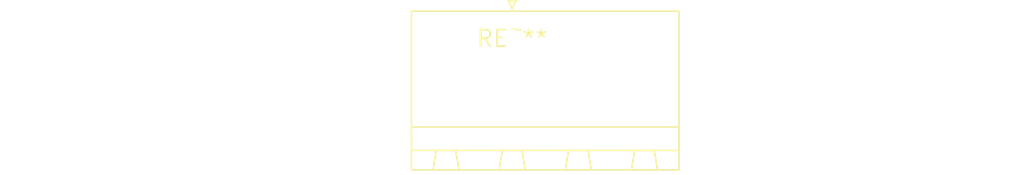
<source format=kicad_pcb>
(kicad_pcb (version 20240108) (generator pcbnew)
  (layers (0 "F.Cu" signal) (31 "B.Cu" signal) (34 "B.Paste" user) (35 "F.Paste" user) (36 "B.SilkS" user "B.Silkscreen") (37 "F.SilkS" user "F.Silkscreen") (38 "B.Mask" user) (39 "F.Mask" user) (44 "Edge.Cuts" user))
  (net 0 "")
  (footprint "PhoenixContact_MSTB_2,5_2-GF-5,08_1x02_P5.08mm_Horizontal_ThreadedFlange" (layer "F.Cu") (at 0 0)
    (property "Reference" "REF**")
    (property "Value" "PhoenixContact_MSTB_2,5_2-GF-5,08_1x02_P5.08mm_Horizontal_ThreadedFlange")
    (fp_line (start -7.73 -2.11) (end -7.73 10.11) (layer "F.SilkS") (stroke (width 0.12)))
    (fp_line (start -7.73 6.81) (end 12.81 6.81) (layer "F.SilkS") (stroke (width 0.12)))
    (fp_line (start -7.73 8.61) (end -7.73 6.81) (layer "F.SilkS") (stroke (width 0.12)))
    (fp_line (start -7.73 10.11) (end 12.81 10.11) (layer "F.SilkS") (stroke (width 0.12)))
    (fp_line (start -6.08 10.11) (end -4.08 10.11) (layer "F.SilkS") (stroke (width 0.12)))
    (fp_line (start -5.83 8.61) (end -6.08 10.11) (layer "F.SilkS") (stroke (width 0.12)))
    (fp_line (start -4.33 8.61) (end -5.83 8.61) (layer "F.SilkS") (stroke (width 0.12)))
    (fp_line (start -4.08 10.11) (end -4.33 8.61) (layer "F.SilkS") (stroke (width 0.12)))
    (fp_line (start -1 10.11) (end 1 10.11) (layer "F.SilkS") (stroke (width 0.12)))
    (fp_line (start -0.75 8.61) (end -1 10.11) (layer "F.SilkS") (stroke (width 0.12)))
    (fp_line (start -0.3 -2.91) (end 0.3 -2.91) (layer "F.SilkS") (stroke (width 0.12)))
    (fp_line (start 0 -2.31) (end -0.3 -2.91) (layer "F.SilkS") (stroke (width 0.12)))
    (fp_line (start 0.3 -2.91) (end 0 -2.31) (layer "F.SilkS") (stroke (width 0.12)))
    (fp_line (start 0.75 8.61) (end -0.75 8.61) (layer "F.SilkS") (stroke (width 0.12)))
    (fp_line (start 1 10.11) (end 0.75 8.61) (layer "F.SilkS") (stroke (width 0.12)))
    (fp_line (start 4.08 10.11) (end 6.08 10.11) (layer "F.SilkS") (stroke (width 0.12)))
    (fp_line (start 4.33 8.61) (end 4.08 10.11) (layer "F.SilkS") (stroke (width 0.12)))
    (fp_line (start 5.83 8.61) (end 4.33 8.61) (layer "F.SilkS") (stroke (width 0.12)))
    (fp_line (start 6.08 10.11) (end 5.83 8.61) (layer "F.SilkS") (stroke (width 0.12)))
    (fp_line (start 9.16 10.11) (end 11.16 10.11) (layer "F.SilkS") (stroke (width 0.12)))
    (fp_line (start 9.41 8.61) (end 9.16 10.11) (layer "F.SilkS") (stroke (width 0.12)))
    (fp_line (start 10.91 8.61) (end 9.41 8.61) (layer "F.SilkS") (stroke (width 0.12)))
    (fp_line (start 11.16 10.11) (end 10.91 8.61) (layer "F.SilkS") (stroke (width 0.12)))
    (fp_line (start 12.81 -2.11) (end -7.73 -2.11) (layer "F.SilkS") (stroke (width 0.12)))
    (fp_line (start 12.81 6.81) (end 12.81 8.61) (layer "F.SilkS") (stroke (width 0.12)))
    (fp_line (start 12.81 8.61) (end -7.73 8.61) (layer "F.SilkS") (stroke (width 0.12)))
    (fp_line (start 12.81 10.11) (end 12.81 -2.11) (layer "F.SilkS") (stroke (width 0.12)))
    (pad "1" thru_hole roundrect (at 0 0) (size 2.08 3.6) (drill 1.4) (layers *.Cu *.Mask) (remove_unused_layers) (roundrect_rratio 0.120192))
    (pad "2" thru_hole oval (at 5.08 0) (size 2.08 3.6) (drill 1.4) (layers *.Cu *.Mask) (remove_unused_layers))
  )
)
</source>
